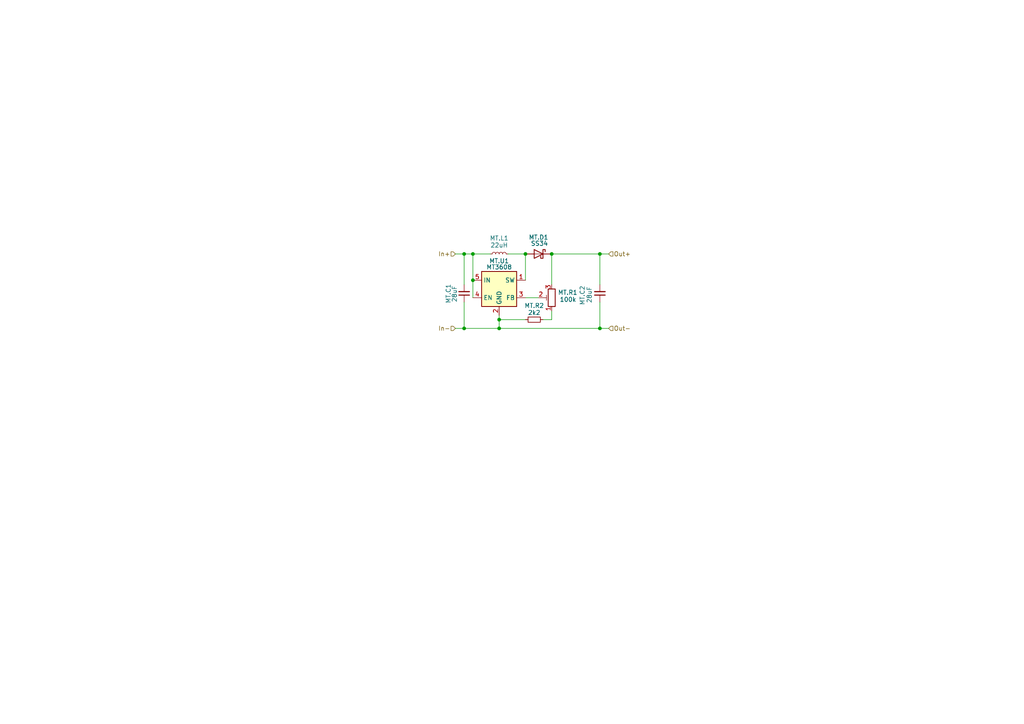
<source format=kicad_sch>
(kicad_sch
	(version 20231120)
	(generator "eeschema")
	(generator_version "8.0")
	(uuid "1820a9aa-b28e-4a31-85bf-4fc987b95f47")
	(paper "A4")
	(lib_symbols
		(symbol "Device:C_Small"
			(pin_numbers hide)
			(pin_names
				(offset 0.254) hide)
			(exclude_from_sim no)
			(in_bom yes)
			(on_board yes)
			(property "Reference" "C"
				(at 0.254 1.778 0)
				(effects
					(font
						(size 1.27 1.27)
					)
					(justify left)
				)
			)
			(property "Value" "C_Small"
				(at 0.254 -2.032 0)
				(effects
					(font
						(size 1.27 1.27)
					)
					(justify left)
				)
			)
			(property "Footprint" ""
				(at 0 0 0)
				(effects
					(font
						(size 1.27 1.27)
					)
					(hide yes)
				)
			)
			(property "Datasheet" "~"
				(at 0 0 0)
				(effects
					(font
						(size 1.27 1.27)
					)
					(hide yes)
				)
			)
			(property "Description" "Unpolarized capacitor, small symbol"
				(at 0 0 0)
				(effects
					(font
						(size 1.27 1.27)
					)
					(hide yes)
				)
			)
			(property "ki_keywords" "capacitor cap"
				(at 0 0 0)
				(effects
					(font
						(size 1.27 1.27)
					)
					(hide yes)
				)
			)
			(property "ki_fp_filters" "C_*"
				(at 0 0 0)
				(effects
					(font
						(size 1.27 1.27)
					)
					(hide yes)
				)
			)
			(symbol "C_Small_0_1"
				(polyline
					(pts
						(xy -1.524 -0.508) (xy 1.524 -0.508)
					)
					(stroke
						(width 0.3302)
						(type default)
					)
					(fill
						(type none)
					)
				)
				(polyline
					(pts
						(xy -1.524 0.508) (xy 1.524 0.508)
					)
					(stroke
						(width 0.3048)
						(type default)
					)
					(fill
						(type none)
					)
				)
			)
			(symbol "C_Small_1_1"
				(pin passive line
					(at 0 2.54 270)
					(length 2.032)
					(name "~"
						(effects
							(font
								(size 1.27 1.27)
							)
						)
					)
					(number "1"
						(effects
							(font
								(size 1.27 1.27)
							)
						)
					)
				)
				(pin passive line
					(at 0 -2.54 90)
					(length 2.032)
					(name "~"
						(effects
							(font
								(size 1.27 1.27)
							)
						)
					)
					(number "2"
						(effects
							(font
								(size 1.27 1.27)
							)
						)
					)
				)
			)
		)
		(symbol "Device:L_Small"
			(pin_numbers hide)
			(pin_names
				(offset 0.254) hide)
			(exclude_from_sim no)
			(in_bom yes)
			(on_board yes)
			(property "Reference" "L"
				(at 0.762 1.016 0)
				(effects
					(font
						(size 1.27 1.27)
					)
					(justify left)
				)
			)
			(property "Value" "L_Small"
				(at 0.762 -1.016 0)
				(effects
					(font
						(size 1.27 1.27)
					)
					(justify left)
				)
			)
			(property "Footprint" ""
				(at 0 0 0)
				(effects
					(font
						(size 1.27 1.27)
					)
					(hide yes)
				)
			)
			(property "Datasheet" "~"
				(at 0 0 0)
				(effects
					(font
						(size 1.27 1.27)
					)
					(hide yes)
				)
			)
			(property "Description" "Inductor, small symbol"
				(at 0 0 0)
				(effects
					(font
						(size 1.27 1.27)
					)
					(hide yes)
				)
			)
			(property "ki_keywords" "inductor choke coil reactor magnetic"
				(at 0 0 0)
				(effects
					(font
						(size 1.27 1.27)
					)
					(hide yes)
				)
			)
			(property "ki_fp_filters" "Choke_* *Coil* Inductor_* L_*"
				(at 0 0 0)
				(effects
					(font
						(size 1.27 1.27)
					)
					(hide yes)
				)
			)
			(symbol "L_Small_0_1"
				(arc
					(start 0 -2.032)
					(mid 0.5058 -1.524)
					(end 0 -1.016)
					(stroke
						(width 0)
						(type default)
					)
					(fill
						(type none)
					)
				)
				(arc
					(start 0 -1.016)
					(mid 0.5058 -0.508)
					(end 0 0)
					(stroke
						(width 0)
						(type default)
					)
					(fill
						(type none)
					)
				)
				(arc
					(start 0 0)
					(mid 0.5058 0.508)
					(end 0 1.016)
					(stroke
						(width 0)
						(type default)
					)
					(fill
						(type none)
					)
				)
				(arc
					(start 0 1.016)
					(mid 0.5058 1.524)
					(end 0 2.032)
					(stroke
						(width 0)
						(type default)
					)
					(fill
						(type none)
					)
				)
			)
			(symbol "L_Small_1_1"
				(pin passive line
					(at 0 2.54 270)
					(length 0.508)
					(name "~"
						(effects
							(font
								(size 1.27 1.27)
							)
						)
					)
					(number "1"
						(effects
							(font
								(size 1.27 1.27)
							)
						)
					)
				)
				(pin passive line
					(at 0 -2.54 90)
					(length 0.508)
					(name "~"
						(effects
							(font
								(size 1.27 1.27)
							)
						)
					)
					(number "2"
						(effects
							(font
								(size 1.27 1.27)
							)
						)
					)
				)
			)
		)
		(symbol "Device:R_Potentiometer_Trim"
			(pin_names
				(offset 1.016) hide)
			(exclude_from_sim no)
			(in_bom yes)
			(on_board yes)
			(property "Reference" "RV"
				(at -4.445 0 90)
				(effects
					(font
						(size 1.27 1.27)
					)
				)
			)
			(property "Value" "R_Potentiometer_Trim"
				(at -2.54 0 90)
				(effects
					(font
						(size 1.27 1.27)
					)
				)
			)
			(property "Footprint" ""
				(at 0 0 0)
				(effects
					(font
						(size 1.27 1.27)
					)
					(hide yes)
				)
			)
			(property "Datasheet" "~"
				(at 0 0 0)
				(effects
					(font
						(size 1.27 1.27)
					)
					(hide yes)
				)
			)
			(property "Description" "Trim-potentiometer"
				(at 0 0 0)
				(effects
					(font
						(size 1.27 1.27)
					)
					(hide yes)
				)
			)
			(property "ki_keywords" "resistor variable trimpot trimmer"
				(at 0 0 0)
				(effects
					(font
						(size 1.27 1.27)
					)
					(hide yes)
				)
			)
			(property "ki_fp_filters" "Potentiometer*"
				(at 0 0 0)
				(effects
					(font
						(size 1.27 1.27)
					)
					(hide yes)
				)
			)
			(symbol "R_Potentiometer_Trim_0_1"
				(polyline
					(pts
						(xy 1.524 0.762) (xy 1.524 -0.762)
					)
					(stroke
						(width 0)
						(type default)
					)
					(fill
						(type none)
					)
				)
				(polyline
					(pts
						(xy 2.54 0) (xy 1.524 0)
					)
					(stroke
						(width 0)
						(type default)
					)
					(fill
						(type none)
					)
				)
				(rectangle
					(start 1.016 2.54)
					(end -1.016 -2.54)
					(stroke
						(width 0.254)
						(type default)
					)
					(fill
						(type none)
					)
				)
			)
			(symbol "R_Potentiometer_Trim_1_1"
				(pin passive line
					(at 0 3.81 270)
					(length 1.27)
					(name "1"
						(effects
							(font
								(size 1.27 1.27)
							)
						)
					)
					(number "1"
						(effects
							(font
								(size 1.27 1.27)
							)
						)
					)
				)
				(pin passive line
					(at 3.81 0 180)
					(length 1.27)
					(name "2"
						(effects
							(font
								(size 1.27 1.27)
							)
						)
					)
					(number "2"
						(effects
							(font
								(size 1.27 1.27)
							)
						)
					)
				)
				(pin passive line
					(at 0 -3.81 90)
					(length 1.27)
					(name "3"
						(effects
							(font
								(size 1.27 1.27)
							)
						)
					)
					(number "3"
						(effects
							(font
								(size 1.27 1.27)
							)
						)
					)
				)
			)
		)
		(symbol "Device:R_Small"
			(pin_numbers hide)
			(pin_names
				(offset 0.254) hide)
			(exclude_from_sim no)
			(in_bom yes)
			(on_board yes)
			(property "Reference" "R"
				(at 0.762 0.508 0)
				(effects
					(font
						(size 1.27 1.27)
					)
					(justify left)
				)
			)
			(property "Value" "R_Small"
				(at 0.762 -1.016 0)
				(effects
					(font
						(size 1.27 1.27)
					)
					(justify left)
				)
			)
			(property "Footprint" ""
				(at 0 0 0)
				(effects
					(font
						(size 1.27 1.27)
					)
					(hide yes)
				)
			)
			(property "Datasheet" "~"
				(at 0 0 0)
				(effects
					(font
						(size 1.27 1.27)
					)
					(hide yes)
				)
			)
			(property "Description" "Resistor, small symbol"
				(at 0 0 0)
				(effects
					(font
						(size 1.27 1.27)
					)
					(hide yes)
				)
			)
			(property "ki_keywords" "R resistor"
				(at 0 0 0)
				(effects
					(font
						(size 1.27 1.27)
					)
					(hide yes)
				)
			)
			(property "ki_fp_filters" "R_*"
				(at 0 0 0)
				(effects
					(font
						(size 1.27 1.27)
					)
					(hide yes)
				)
			)
			(symbol "R_Small_0_1"
				(rectangle
					(start -0.762 1.778)
					(end 0.762 -1.778)
					(stroke
						(width 0.2032)
						(type default)
					)
					(fill
						(type none)
					)
				)
			)
			(symbol "R_Small_1_1"
				(pin passive line
					(at 0 2.54 270)
					(length 0.762)
					(name "~"
						(effects
							(font
								(size 1.27 1.27)
							)
						)
					)
					(number "1"
						(effects
							(font
								(size 1.27 1.27)
							)
						)
					)
				)
				(pin passive line
					(at 0 -2.54 90)
					(length 0.762)
					(name "~"
						(effects
							(font
								(size 1.27 1.27)
							)
						)
					)
					(number "2"
						(effects
							(font
								(size 1.27 1.27)
							)
						)
					)
				)
			)
		)
		(symbol "Diode:SS34"
			(pin_numbers hide)
			(pin_names
				(offset 1.016) hide)
			(exclude_from_sim no)
			(in_bom yes)
			(on_board yes)
			(property "Reference" "D"
				(at 0 2.54 0)
				(effects
					(font
						(size 1.27 1.27)
					)
				)
			)
			(property "Value" "SS34"
				(at 0 -2.54 0)
				(effects
					(font
						(size 1.27 1.27)
					)
				)
			)
			(property "Footprint" "Diode_SMD:D_SMA"
				(at 0 -4.445 0)
				(effects
					(font
						(size 1.27 1.27)
					)
					(hide yes)
				)
			)
			(property "Datasheet" "https://www.vishay.com/docs/88751/ss32.pdf"
				(at 0 0 0)
				(effects
					(font
						(size 1.27 1.27)
					)
					(hide yes)
				)
			)
			(property "Description" "40V 3A Schottky Diode, SMA"
				(at 0 0 0)
				(effects
					(font
						(size 1.27 1.27)
					)
					(hide yes)
				)
			)
			(property "ki_keywords" "diode Schottky"
				(at 0 0 0)
				(effects
					(font
						(size 1.27 1.27)
					)
					(hide yes)
				)
			)
			(property "ki_fp_filters" "D*SMA*"
				(at 0 0 0)
				(effects
					(font
						(size 1.27 1.27)
					)
					(hide yes)
				)
			)
			(symbol "SS34_0_1"
				(polyline
					(pts
						(xy 1.27 0) (xy -1.27 0)
					)
					(stroke
						(width 0)
						(type default)
					)
					(fill
						(type none)
					)
				)
				(polyline
					(pts
						(xy 1.27 1.27) (xy 1.27 -1.27) (xy -1.27 0) (xy 1.27 1.27)
					)
					(stroke
						(width 0.254)
						(type default)
					)
					(fill
						(type none)
					)
				)
				(polyline
					(pts
						(xy -1.905 0.635) (xy -1.905 1.27) (xy -1.27 1.27) (xy -1.27 -1.27) (xy -0.635 -1.27) (xy -0.635 -0.635)
					)
					(stroke
						(width 0.254)
						(type default)
					)
					(fill
						(type none)
					)
				)
			)
			(symbol "SS34_1_1"
				(pin passive line
					(at -3.81 0 0)
					(length 2.54)
					(name "K"
						(effects
							(font
								(size 1.27 1.27)
							)
						)
					)
					(number "1"
						(effects
							(font
								(size 1.27 1.27)
							)
						)
					)
				)
				(pin passive line
					(at 3.81 0 180)
					(length 2.54)
					(name "A"
						(effects
							(font
								(size 1.27 1.27)
							)
						)
					)
					(number "2"
						(effects
							(font
								(size 1.27 1.27)
							)
						)
					)
				)
			)
		)
		(symbol "Regulator_Switching:MT3608"
			(exclude_from_sim no)
			(in_bom yes)
			(on_board yes)
			(property "Reference" "U"
				(at -2.54 8.89 0)
				(effects
					(font
						(size 1.27 1.27)
					)
					(justify left)
				)
			)
			(property "Value" "MT3608"
				(at -3.81 6.35 0)
				(effects
					(font
						(size 1.27 1.27)
					)
					(justify left)
				)
			)
			(property "Footprint" "Package_TO_SOT_SMD:SOT-23-6"
				(at 1.27 -6.35 0)
				(effects
					(font
						(size 1.27 1.27)
						(italic yes)
					)
					(justify left)
					(hide yes)
				)
			)
			(property "Datasheet" "https://www.olimex.com/Products/Breadboarding/BB-PWR-3608/resources/MT3608.pdf"
				(at -6.35 11.43 0)
				(effects
					(font
						(size 1.27 1.27)
					)
					(hide yes)
				)
			)
			(property "Description" "High Efficiency 1.2MHz 2A Step Up Converter, 2-24V Vin, 28V Vout, 4A current limit, 1.2MHz, SOT23-6"
				(at 0 0 0)
				(effects
					(font
						(size 1.27 1.27)
					)
					(hide yes)
				)
			)
			(property "ki_keywords" "Step-Up Boost DC-DC Regulator Adjustable"
				(at 0 0 0)
				(effects
					(font
						(size 1.27 1.27)
					)
					(hide yes)
				)
			)
			(property "ki_fp_filters" "SOT*23*"
				(at 0 0 0)
				(effects
					(font
						(size 1.27 1.27)
					)
					(hide yes)
				)
			)
			(symbol "MT3608_0_1"
				(rectangle
					(start -5.08 5.08)
					(end 5.08 -5.08)
					(stroke
						(width 0.254)
						(type default)
					)
					(fill
						(type background)
					)
				)
			)
			(symbol "MT3608_1_1"
				(pin passive line
					(at 7.62 2.54 180)
					(length 2.54)
					(name "SW"
						(effects
							(font
								(size 1.27 1.27)
							)
						)
					)
					(number "1"
						(effects
							(font
								(size 1.27 1.27)
							)
						)
					)
				)
				(pin power_in line
					(at 0 -7.62 90)
					(length 2.54)
					(name "GND"
						(effects
							(font
								(size 1.27 1.27)
							)
						)
					)
					(number "2"
						(effects
							(font
								(size 1.27 1.27)
							)
						)
					)
				)
				(pin input line
					(at 7.62 -2.54 180)
					(length 2.54)
					(name "FB"
						(effects
							(font
								(size 1.27 1.27)
							)
						)
					)
					(number "3"
						(effects
							(font
								(size 1.27 1.27)
							)
						)
					)
				)
				(pin input line
					(at -7.62 -2.54 0)
					(length 2.54)
					(name "EN"
						(effects
							(font
								(size 1.27 1.27)
							)
						)
					)
					(number "4"
						(effects
							(font
								(size 1.27 1.27)
							)
						)
					)
				)
				(pin power_in line
					(at -7.62 2.54 0)
					(length 2.54)
					(name "IN"
						(effects
							(font
								(size 1.27 1.27)
							)
						)
					)
					(number "5"
						(effects
							(font
								(size 1.27 1.27)
							)
						)
					)
				)
				(pin no_connect line
					(at 5.08 0 180)
					(length 2.54) hide
					(name "NC"
						(effects
							(font
								(size 1.27 1.27)
							)
						)
					)
					(number "6"
						(effects
							(font
								(size 1.27 1.27)
							)
						)
					)
				)
			)
		)
	)
	(junction
		(at 152.4 73.66)
		(diameter 0)
		(color 0 0 0 0)
		(uuid "1f1125e8-0462-4fa8-8ace-2b3e3a1d7632")
	)
	(junction
		(at 173.99 95.25)
		(diameter 0)
		(color 0 0 0 0)
		(uuid "4f2df479-993c-4854-9156-62510517eabd")
	)
	(junction
		(at 134.62 95.25)
		(diameter 0)
		(color 0 0 0 0)
		(uuid "4fe34f3f-f7f3-461c-bd24-d4b7427dcf2a")
	)
	(junction
		(at 134.62 73.66)
		(diameter 0)
		(color 0 0 0 0)
		(uuid "7089305c-326b-4e57-8bdd-d33eced7c2ec")
	)
	(junction
		(at 144.78 95.25)
		(diameter 0)
		(color 0 0 0 0)
		(uuid "77b6eee0-c287-4d29-ba5c-704cf0ef1ea4")
	)
	(junction
		(at 173.99 73.66)
		(diameter 0)
		(color 0 0 0 0)
		(uuid "7c5b0eff-b2d9-4265-9a34-59cb58975296")
	)
	(junction
		(at 137.16 73.66)
		(diameter 0)
		(color 0 0 0 0)
		(uuid "90d024af-0519-4c16-be68-0873836264c9")
	)
	(junction
		(at 160.02 73.66)
		(diameter 0)
		(color 0 0 0 0)
		(uuid "975b03f7-6f2d-405c-8ec8-17d9dfd1f2fc")
	)
	(junction
		(at 137.16 81.28)
		(diameter 0)
		(color 0 0 0 0)
		(uuid "b6601172-289d-4072-a3d4-046d76a9c09c")
	)
	(junction
		(at 144.78 92.71)
		(diameter 0)
		(color 0 0 0 0)
		(uuid "d88ffd78-3b26-48fe-86f5-a5efcc1ef014")
	)
	(wire
		(pts
			(xy 134.62 73.66) (xy 134.62 82.55)
		)
		(stroke
			(width 0)
			(type default)
		)
		(uuid "0271a8e0-e2b3-4611-97ab-3f4a1e3821c1")
	)
	(wire
		(pts
			(xy 173.99 73.66) (xy 173.99 82.55)
		)
		(stroke
			(width 0)
			(type default)
		)
		(uuid "0b566109-ee77-4727-8d49-0a3910b6450f")
	)
	(wire
		(pts
			(xy 144.78 92.71) (xy 144.78 91.44)
		)
		(stroke
			(width 0)
			(type default)
		)
		(uuid "13afdace-41a1-491f-96b3-2948e38cf291")
	)
	(wire
		(pts
			(xy 137.16 73.66) (xy 142.24 73.66)
		)
		(stroke
			(width 0)
			(type default)
		)
		(uuid "13f4abb7-c121-4d0c-bbcb-ed454ba33215")
	)
	(wire
		(pts
			(xy 156.21 86.36) (xy 152.4 86.36)
		)
		(stroke
			(width 0)
			(type default)
		)
		(uuid "16ca93cf-c4fe-4fef-9b76-103b33785eae")
	)
	(wire
		(pts
			(xy 144.78 95.25) (xy 173.99 95.25)
		)
		(stroke
			(width 0)
			(type default)
		)
		(uuid "2cc2853b-0aaa-48b7-b684-2862df96e36c")
	)
	(wire
		(pts
			(xy 137.16 81.28) (xy 137.16 73.66)
		)
		(stroke
			(width 0)
			(type default)
		)
		(uuid "3aa6866d-360c-4f5b-800c-f4f97528eb4f")
	)
	(wire
		(pts
			(xy 147.32 73.66) (xy 152.4 73.66)
		)
		(stroke
			(width 0)
			(type default)
		)
		(uuid "4e6ebc16-8ba4-46ce-a952-7536c2782ce5")
	)
	(wire
		(pts
			(xy 144.78 92.71) (xy 144.78 95.25)
		)
		(stroke
			(width 0)
			(type default)
		)
		(uuid "5deb1ae8-6db0-4c76-aeb8-1b12155443d3")
	)
	(wire
		(pts
			(xy 173.99 95.25) (xy 173.99 87.63)
		)
		(stroke
			(width 0)
			(type default)
		)
		(uuid "5e4c529f-ee8f-40e6-a62f-bc4bb0fe4477")
	)
	(wire
		(pts
			(xy 160.02 92.71) (xy 157.48 92.71)
		)
		(stroke
			(width 0)
			(type default)
		)
		(uuid "7142bdbe-43ac-4cce-8780-4b4392fb32ec")
	)
	(wire
		(pts
			(xy 160.02 73.66) (xy 160.02 82.55)
		)
		(stroke
			(width 0)
			(type default)
		)
		(uuid "7a0e247f-4feb-4b79-b8cd-599e7e7dcbc2")
	)
	(wire
		(pts
			(xy 132.08 73.66) (xy 134.62 73.66)
		)
		(stroke
			(width 0)
			(type default)
		)
		(uuid "93dfffbb-6cac-4814-b1fc-a43b7cd9d33d")
	)
	(wire
		(pts
			(xy 152.4 92.71) (xy 144.78 92.71)
		)
		(stroke
			(width 0)
			(type default)
		)
		(uuid "9ebd543c-c371-40a7-8f1d-36b1e22210bb")
	)
	(wire
		(pts
			(xy 137.16 86.36) (xy 137.16 81.28)
		)
		(stroke
			(width 0)
			(type default)
		)
		(uuid "a45bd1b0-da11-4209-b6f7-f9127f2ab7a7")
	)
	(wire
		(pts
			(xy 134.62 73.66) (xy 137.16 73.66)
		)
		(stroke
			(width 0)
			(type default)
		)
		(uuid "b6eb8f8c-b8a6-419b-89bb-6222265b32da")
	)
	(wire
		(pts
			(xy 132.08 95.25) (xy 134.62 95.25)
		)
		(stroke
			(width 0)
			(type default)
		)
		(uuid "b9416c38-fbcd-4fe2-a96a-4b2e6f77287f")
	)
	(wire
		(pts
			(xy 152.4 73.66) (xy 152.4 81.28)
		)
		(stroke
			(width 0)
			(type default)
		)
		(uuid "ba890e9c-8b23-4a24-b755-be2121ce6d36")
	)
	(wire
		(pts
			(xy 134.62 95.25) (xy 144.78 95.25)
		)
		(stroke
			(width 0)
			(type default)
		)
		(uuid "c0c0706a-3f44-4655-bd91-8dc37e35d0c3")
	)
	(wire
		(pts
			(xy 173.99 73.66) (xy 160.02 73.66)
		)
		(stroke
			(width 0)
			(type default)
		)
		(uuid "c6f8dbae-2d1d-469b-a419-9a2abff05323")
	)
	(wire
		(pts
			(xy 173.99 95.25) (xy 176.53 95.25)
		)
		(stroke
			(width 0)
			(type default)
		)
		(uuid "d429f651-9c53-4df3-9b0d-30323f8257c7")
	)
	(wire
		(pts
			(xy 134.62 87.63) (xy 134.62 95.25)
		)
		(stroke
			(width 0)
			(type default)
		)
		(uuid "dc3023b0-025c-445d-a6de-5a695fa87f33")
	)
	(wire
		(pts
			(xy 173.99 73.66) (xy 176.53 73.66)
		)
		(stroke
			(width 0)
			(type default)
		)
		(uuid "e73dbd1e-9eb9-445f-9544-c9e0723eb15a")
	)
	(wire
		(pts
			(xy 160.02 90.17) (xy 160.02 92.71)
		)
		(stroke
			(width 0)
			(type default)
		)
		(uuid "fd9d6d9c-3fde-40e1-a11b-3bb6ad3cc584")
	)
	(hierarchical_label "In-"
		(shape input)
		(at 132.08 95.25 180)
		(effects
			(font
				(size 1.27 1.27)
			)
			(justify right)
		)
		(uuid "23821a4f-7f23-46d8-bfea-cf1741456160")
	)
	(hierarchical_label "Out-"
		(shape input)
		(at 176.53 95.25 0)
		(effects
			(font
				(size 1.27 1.27)
			)
			(justify left)
		)
		(uuid "9bd777c8-6884-4abe-a5cf-4b1c348f70e5")
	)
	(hierarchical_label "Out+"
		(shape input)
		(at 176.53 73.66 0)
		(effects
			(font
				(size 1.27 1.27)
			)
			(justify left)
		)
		(uuid "d054e863-48ee-4d78-8816-575551c2ed0f")
	)
	(hierarchical_label "In+"
		(shape input)
		(at 132.08 73.66 180)
		(effects
			(font
				(size 1.27 1.27)
			)
			(justify right)
		)
		(uuid "faf16811-0b65-4e78-9601-ef181d74f56e")
	)
	(symbol
		(lib_id "Regulator_Switching:MT3608")
		(at 144.78 83.82 0)
		(unit 1)
		(exclude_from_sim no)
		(in_bom yes)
		(on_board yes)
		(dnp no)
		(uuid "391a1a0d-9679-4b19-8c8e-af3c1ba3c1f7")
		(property "Reference" "MT.U1"
			(at 144.78 75.692 0)
			(effects
				(font
					(size 1.27 1.27)
				)
			)
		)
		(property "Value" "MT3608"
			(at 144.78 77.47 0)
			(effects
				(font
					(size 1.27 1.27)
				)
			)
		)
		(property "Footprint" "Package_TO_SOT_SMD:SOT-23-6"
			(at 146.05 90.17 0)
			(effects
				(font
					(size 1.27 1.27)
					(italic yes)
				)
				(justify left)
				(hide yes)
			)
		)
		(property "Datasheet" "https://www.olimex.com/Products/Breadboarding/BB-PWR-3608/resources/MT3608.pdf"
			(at 138.43 72.39 0)
			(effects
				(font
					(size 1.27 1.27)
				)
				(hide yes)
			)
		)
		(property "Description" ""
			(at 144.78 83.82 0)
			(effects
				(font
					(size 1.27 1.27)
				)
				(hide yes)
			)
		)
		(pin "6"
			(uuid "abbf7a39-b586-4e45-a9b5-056961dcce1c")
		)
		(pin "2"
			(uuid "b7b5f838-7a16-4d5a-aa80-97391e548b61")
		)
		(pin "4"
			(uuid "8451fecd-c109-46bd-adbc-b44435fb404c")
		)
		(pin "1"
			(uuid "413fd724-dd4a-4882-bcc2-40ede9fbf2b4")
		)
		(pin "5"
			(uuid "89b5da2e-ef03-46e1-a0bd-d31e8bf8d924")
		)
		(pin "3"
			(uuid "92a7ced9-5adf-4cdc-ba66-9953f7d91af7")
		)
		(instances
			(project "LoggerPressure"
				(path "/1970cc9d-2daf-4f49-886e-15f912459561/cdaa35df-ec89-4d1e-a6e9-6f32588313b7"
					(reference "MT.U1")
					(unit 1)
				)
			)
		)
	)
	(symbol
		(lib_id "Device:L_Small")
		(at 144.78 73.66 90)
		(unit 1)
		(exclude_from_sim no)
		(in_bom yes)
		(on_board yes)
		(dnp no)
		(uuid "3d649027-57d2-431e-87d6-5fd5c53a246e")
		(property "Reference" "MT.L1"
			(at 144.78 69.088 90)
			(effects
				(font
					(size 1.27 1.27)
				)
			)
		)
		(property "Value" "22uH"
			(at 144.78 71.12 90)
			(effects
				(font
					(size 1.27 1.27)
				)
			)
		)
		(property "Footprint" ""
			(at 144.78 73.66 0)
			(effects
				(font
					(size 1.27 1.27)
				)
				(hide yes)
			)
		)
		(property "Datasheet" "~"
			(at 144.78 73.66 0)
			(effects
				(font
					(size 1.27 1.27)
				)
				(hide yes)
			)
		)
		(property "Description" ""
			(at 144.78 73.66 0)
			(effects
				(font
					(size 1.27 1.27)
				)
				(hide yes)
			)
		)
		(pin "1"
			(uuid "2af81a1e-383a-4c59-bd8f-3a8048b723f6")
		)
		(pin "2"
			(uuid "8b84f906-2a87-436c-98a2-93a6a82f5ca3")
		)
		(instances
			(project "LoggerPressure"
				(path "/1970cc9d-2daf-4f49-886e-15f912459561/cdaa35df-ec89-4d1e-a6e9-6f32588313b7"
					(reference "MT.L1")
					(unit 1)
				)
			)
		)
	)
	(symbol
		(lib_id "Diode:SS34")
		(at 156.21 73.66 0)
		(mirror y)
		(unit 1)
		(exclude_from_sim no)
		(in_bom yes)
		(on_board yes)
		(dnp no)
		(uuid "4453ed58-25ec-41b8-b4f3-20cb07daffc3")
		(property "Reference" "MT.D1"
			(at 156.21 68.834 0)
			(effects
				(font
					(size 1.27 1.27)
				)
			)
		)
		(property "Value" "SS34"
			(at 156.464 70.612 0)
			(effects
				(font
					(size 1.27 1.27)
				)
			)
		)
		(property "Footprint" "Diode_SMD:D_SMA"
			(at 156.21 78.105 0)
			(effects
				(font
					(size 1.27 1.27)
				)
				(hide yes)
			)
		)
		(property "Datasheet" "https://www.vishay.com/docs/88751/ss32.pdf"
			(at 156.21 73.66 0)
			(effects
				(font
					(size 1.27 1.27)
				)
				(hide yes)
			)
		)
		(property "Description" ""
			(at 156.21 73.66 0)
			(effects
				(font
					(size 1.27 1.27)
				)
				(hide yes)
			)
		)
		(pin "2"
			(uuid "85350270-d4a5-47fc-81b5-aaf4ad10a5d6")
		)
		(pin "1"
			(uuid "b563a5a0-cd61-44b5-91c2-204e70944c8e")
		)
		(instances
			(project "LoggerPressure"
				(path "/1970cc9d-2daf-4f49-886e-15f912459561/cdaa35df-ec89-4d1e-a6e9-6f32588313b7"
					(reference "MT.D1")
					(unit 1)
				)
			)
		)
	)
	(symbol
		(lib_id "Device:C_Small")
		(at 173.99 85.09 0)
		(mirror x)
		(unit 1)
		(exclude_from_sim no)
		(in_bom yes)
		(on_board yes)
		(dnp no)
		(uuid "518403ec-0ef1-456f-9317-de7dbb24bce5")
		(property "Reference" "MT.C2"
			(at 168.91 82.804 90)
			(effects
				(font
					(size 1.27 1.27)
				)
				(justify left)
			)
		)
		(property "Value" "28uF"
			(at 170.942 83.058 90)
			(effects
				(font
					(size 1.27 1.27)
				)
				(justify left)
			)
		)
		(property "Footprint" "Capacitor_SMD:C_0603_1608Metric"
			(at 173.99 85.09 0)
			(effects
				(font
					(size 1.27 1.27)
				)
				(hide yes)
			)
		)
		(property "Datasheet" "~"
			(at 173.99 85.09 0)
			(effects
				(font
					(size 1.27 1.27)
				)
				(hide yes)
			)
		)
		(property "Description" ""
			(at 173.99 85.09 0)
			(effects
				(font
					(size 1.27 1.27)
				)
				(hide yes)
			)
		)
		(pin "1"
			(uuid "ee283b83-c250-4a74-b519-11aea9342f97")
		)
		(pin "2"
			(uuid "b39bbd24-4e7a-44c7-8dab-46095f10703e")
		)
		(instances
			(project "LoggerPressure"
				(path "/1970cc9d-2daf-4f49-886e-15f912459561/cdaa35df-ec89-4d1e-a6e9-6f32588313b7"
					(reference "MT.C2")
					(unit 1)
				)
			)
		)
	)
	(symbol
		(lib_id "Device:R_Potentiometer_Trim")
		(at 160.02 86.36 180)
		(unit 1)
		(exclude_from_sim no)
		(in_bom yes)
		(on_board yes)
		(dnp no)
		(uuid "7fcc3d9e-3b4f-4b4a-92a6-f5eaf433cb1f")
		(property "Reference" "MT.R1"
			(at 161.798 84.836 0)
			(effects
				(font
					(size 1.27 1.27)
				)
				(justify right)
			)
		)
		(property "Value" "100k"
			(at 162.306 86.868 0)
			(effects
				(font
					(size 1.27 1.27)
				)
				(justify right)
			)
		)
		(property "Footprint" ""
			(at 160.02 86.36 0)
			(effects
				(font
					(size 1.27 1.27)
				)
				(hide yes)
			)
		)
		(property "Datasheet" "~"
			(at 160.02 86.36 0)
			(effects
				(font
					(size 1.27 1.27)
				)
				(hide yes)
			)
		)
		(property "Description" ""
			(at 160.02 86.36 0)
			(effects
				(font
					(size 1.27 1.27)
				)
				(hide yes)
			)
		)
		(pin "2"
			(uuid "cd458d08-f7a0-4a38-b4ad-7dc7dd231a77")
		)
		(pin "3"
			(uuid "d4d028df-3f0e-4ef9-9fe3-b4caa0260603")
		)
		(pin "1"
			(uuid "4a28f702-c8db-4b8c-b53e-3b7f9331c5df")
		)
		(instances
			(project "LoggerPressure"
				(path "/1970cc9d-2daf-4f49-886e-15f912459561/cdaa35df-ec89-4d1e-a6e9-6f32588313b7"
					(reference "MT.R1")
					(unit 1)
				)
			)
		)
	)
	(symbol
		(lib_id "Device:C_Small")
		(at 134.62 85.09 0)
		(mirror x)
		(unit 1)
		(exclude_from_sim no)
		(in_bom yes)
		(on_board yes)
		(dnp no)
		(uuid "a4c921fb-ad4c-452b-b9dd-e858ad14fe72")
		(property "Reference" "MT.C1"
			(at 130.048 82.296 90)
			(effects
				(font
					(size 1.27 1.27)
				)
				(justify left)
			)
		)
		(property "Value" "28uF"
			(at 131.826 82.804 90)
			(effects
				(font
					(size 1.27 1.27)
				)
				(justify left)
			)
		)
		(property "Footprint" "Capacitor_SMD:C_0603_1608Metric"
			(at 134.62 85.09 0)
			(effects
				(font
					(size 1.27 1.27)
				)
				(hide yes)
			)
		)
		(property "Datasheet" "~"
			(at 134.62 85.09 0)
			(effects
				(font
					(size 1.27 1.27)
				)
				(hide yes)
			)
		)
		(property "Description" ""
			(at 134.62 85.09 0)
			(effects
				(font
					(size 1.27 1.27)
				)
				(hide yes)
			)
		)
		(pin "1"
			(uuid "81528121-2115-4188-9373-6ea11e6fd302")
		)
		(pin "2"
			(uuid "dea0b4ca-2c21-4a6d-8fff-9ede759bffe8")
		)
		(instances
			(project "LoggerPressure"
				(path "/1970cc9d-2daf-4f49-886e-15f912459561/cdaa35df-ec89-4d1e-a6e9-6f32588313b7"
					(reference "MT.C1")
					(unit 1)
				)
			)
		)
	)
	(symbol
		(lib_id "Device:R_Small")
		(at 154.94 92.71 270)
		(unit 1)
		(exclude_from_sim no)
		(in_bom yes)
		(on_board yes)
		(dnp no)
		(uuid "fd031d8c-810a-45c9-8231-c0b31488abdb")
		(property "Reference" "MT.R2"
			(at 154.94 88.646 90)
			(effects
				(font
					(size 1.27 1.27)
				)
			)
		)
		(property "Value" "2k2"
			(at 154.94 90.678 90)
			(effects
				(font
					(size 1.27 1.27)
				)
			)
		)
		(property "Footprint" "Resistor_SMD:R_0603_1608Metric"
			(at 154.94 92.71 0)
			(effects
				(font
					(size 1.27 1.27)
				)
				(hide yes)
			)
		)
		(property "Datasheet" "~"
			(at 154.94 92.71 0)
			(effects
				(font
					(size 1.27 1.27)
				)
				(hide yes)
			)
		)
		(property "Description" ""
			(at 154.94 92.71 0)
			(effects
				(font
					(size 1.27 1.27)
				)
				(hide yes)
			)
		)
		(pin "2"
			(uuid "fde0e4f9-c77c-44fd-85f6-bb88f83935ec")
		)
		(pin "1"
			(uuid "a1ea8872-c9d6-426b-ae9b-b26f99abaa52")
		)
		(instances
			(project "LoggerPressure"
				(path "/1970cc9d-2daf-4f49-886e-15f912459561/cdaa35df-ec89-4d1e-a6e9-6f32588313b7"
					(reference "MT.R2")
					(unit 1)
				)
			)
		)
	)
)

</source>
